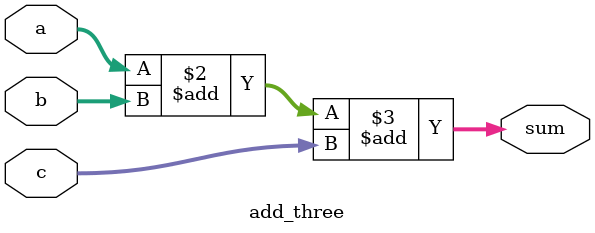
<source format=sv>
module add_three 
#(
    // Parameterized width for the inputs and output
    parameter BW = 8
)
(
    input logic [BW-1:0] a,
    input logic [BW-1:0] b,
    input logic [BW-1:0] c,
    output logic [BW:0] sum
);

    always_comb begin
        sum = a + b + c; // Adding 3 to the sum of a, b, and c
    end
endmodule

</source>
